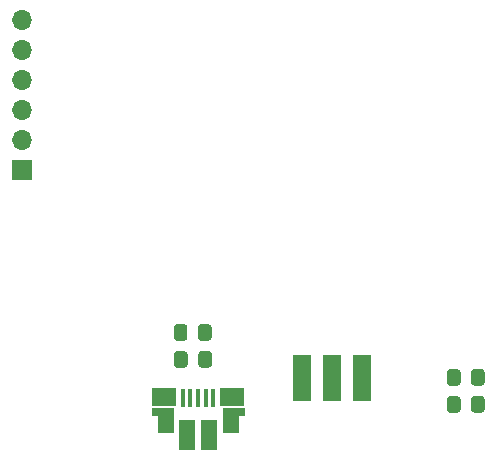
<source format=gtp>
G04 #@! TF.GenerationSoftware,KiCad,Pcbnew,(5.1.6)-1*
G04 #@! TF.CreationDate,2020-11-24T18:08:20+01:00*
G04 #@! TF.ProjectId,Power_module_v1,506f7765-725f-46d6-9f64-756c655f7631,rev?*
G04 #@! TF.SameCoordinates,Original*
G04 #@! TF.FileFunction,Paste,Top*
G04 #@! TF.FilePolarity,Positive*
%FSLAX46Y46*%
G04 Gerber Fmt 4.6, Leading zero omitted, Abs format (unit mm)*
G04 Created by KiCad (PCBNEW (5.1.6)-1) date 2020-11-24 18:08:20*
%MOMM*%
%LPD*%
G01*
G04 APERTURE LIST*
%ADD10R,1.430000X2.500000*%
%ADD11R,2.000000X1.500000*%
%ADD12R,1.350000X2.000000*%
%ADD13R,0.400000X1.650000*%
%ADD14R,1.825000X0.700000*%
%ADD15R,1.700000X1.700000*%
%ADD16O,1.700000X1.700000*%
%ADD17R,1.524000X4.000000*%
G04 APERTURE END LIST*
G36*
G01*
X109153000Y-100780001D02*
X109153000Y-99879999D01*
G75*
G02*
X109402999Y-99630000I249999J0D01*
G01*
X110053001Y-99630000D01*
G75*
G02*
X110303000Y-99879999I0J-249999D01*
G01*
X110303000Y-100780001D01*
G75*
G02*
X110053001Y-101030000I-249999J0D01*
G01*
X109402999Y-101030000D01*
G75*
G02*
X109153000Y-100780001I0J249999D01*
G01*
G37*
G36*
G01*
X111203000Y-100780001D02*
X111203000Y-99879999D01*
G75*
G02*
X111452999Y-99630000I249999J0D01*
G01*
X112103001Y-99630000D01*
G75*
G02*
X112353000Y-99879999I0J-249999D01*
G01*
X112353000Y-100780001D01*
G75*
G02*
X112103001Y-101030000I-249999J0D01*
G01*
X111452999Y-101030000D01*
G75*
G02*
X111203000Y-100780001I0J249999D01*
G01*
G37*
G36*
G01*
X109135000Y-98494001D02*
X109135000Y-97593999D01*
G75*
G02*
X109384999Y-97344000I249999J0D01*
G01*
X110035001Y-97344000D01*
G75*
G02*
X110285000Y-97593999I0J-249999D01*
G01*
X110285000Y-98494001D01*
G75*
G02*
X110035001Y-98744000I-249999J0D01*
G01*
X109384999Y-98744000D01*
G75*
G02*
X109135000Y-98494001I0J249999D01*
G01*
G37*
G36*
G01*
X111185000Y-98494001D02*
X111185000Y-97593999D01*
G75*
G02*
X111434999Y-97344000I249999J0D01*
G01*
X112085001Y-97344000D01*
G75*
G02*
X112335000Y-97593999I0J-249999D01*
G01*
X112335000Y-98494001D01*
G75*
G02*
X112085001Y-98744000I-249999J0D01*
G01*
X111434999Y-98744000D01*
G75*
G02*
X111185000Y-98494001I0J249999D01*
G01*
G37*
G36*
G01*
X133408000Y-103689999D02*
X133408000Y-104590001D01*
G75*
G02*
X133158001Y-104840000I-249999J0D01*
G01*
X132507999Y-104840000D01*
G75*
G02*
X132258000Y-104590001I0J249999D01*
G01*
X132258000Y-103689999D01*
G75*
G02*
X132507999Y-103440000I249999J0D01*
G01*
X133158001Y-103440000D01*
G75*
G02*
X133408000Y-103689999I0J-249999D01*
G01*
G37*
G36*
G01*
X135458000Y-103689999D02*
X135458000Y-104590001D01*
G75*
G02*
X135208001Y-104840000I-249999J0D01*
G01*
X134557999Y-104840000D01*
G75*
G02*
X134308000Y-104590001I0J249999D01*
G01*
X134308000Y-103689999D01*
G75*
G02*
X134557999Y-103440000I249999J0D01*
G01*
X135208001Y-103440000D01*
G75*
G02*
X135458000Y-103689999I0J-249999D01*
G01*
G37*
G36*
G01*
X133408000Y-101403999D02*
X133408000Y-102304001D01*
G75*
G02*
X133158001Y-102554000I-249999J0D01*
G01*
X132507999Y-102554000D01*
G75*
G02*
X132258000Y-102304001I0J249999D01*
G01*
X132258000Y-101403999D01*
G75*
G02*
X132507999Y-101154000I249999J0D01*
G01*
X133158001Y-101154000D01*
G75*
G02*
X133408000Y-101403999I0J-249999D01*
G01*
G37*
G36*
G01*
X135458000Y-101403999D02*
X135458000Y-102304001D01*
G75*
G02*
X135208001Y-102554000I-249999J0D01*
G01*
X134557999Y-102554000D01*
G75*
G02*
X134308000Y-102304001I0J249999D01*
G01*
X134308000Y-101403999D01*
G75*
G02*
X134557999Y-101154000I249999J0D01*
G01*
X135208001Y-101154000D01*
G75*
G02*
X135458000Y-101403999I0J-249999D01*
G01*
G37*
D10*
X110228900Y-106746740D03*
D11*
X108338900Y-103496740D03*
D12*
X113938900Y-105546740D03*
X108458900Y-105546740D03*
D13*
X111188900Y-103596740D03*
X112488900Y-103596740D03*
X111838900Y-103596740D03*
D14*
X114188900Y-104796740D03*
D13*
X109888900Y-103596740D03*
D11*
X114088900Y-103476740D03*
D14*
X108238900Y-104796740D03*
D13*
X110538900Y-103596740D03*
D10*
X112148900Y-106746740D03*
D15*
X96266000Y-84328000D03*
D16*
X96266000Y-81788000D03*
X96266000Y-79248000D03*
X96266000Y-76708000D03*
X96266000Y-74168000D03*
X96266000Y-71628000D03*
D17*
X125049280Y-101912420D03*
X122509280Y-101912420D03*
X119969280Y-101912420D03*
M02*

</source>
